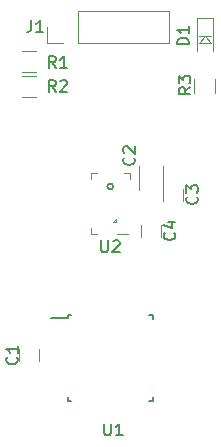
<source format=gto>
G04 #@! TF.FileFunction,Legend,Top*
%FSLAX46Y46*%
G04 Gerber Fmt 4.6, Leading zero omitted, Abs format (unit mm)*
G04 Created by KiCad (PCBNEW 4.0.6) date 05/20/19 12:49:57*
%MOMM*%
%LPD*%
G01*
G04 APERTURE LIST*
%ADD10C,0.100000*%
%ADD11C,0.200000*%
%ADD12C,0.120000*%
%ADD13C,0.150000*%
G04 APERTURE END LIST*
D10*
X137680000Y-92100000D02*
X137680000Y-91850000D01*
X137680000Y-91850000D02*
X137430000Y-92100000D01*
X137430000Y-92100000D02*
X137680000Y-92100000D01*
D11*
X137430000Y-89100000D02*
G75*
G03X137430000Y-89100000I-250000J0D01*
G01*
D10*
X145180000Y-76346000D02*
X145688000Y-76981000D01*
X145688000Y-76981000D02*
X144672000Y-76981000D01*
X144672000Y-76981000D02*
X145180000Y-76346000D01*
X145688000Y-76346000D02*
X144672000Y-76346000D01*
D12*
X145880000Y-74800000D02*
X144480000Y-74800000D01*
X144480000Y-74800000D02*
X144480000Y-77600000D01*
X145880000Y-74800000D02*
X145880000Y-77600000D01*
X131152000Y-103878000D02*
X131152000Y-102878000D01*
X129452000Y-102878000D02*
X129452000Y-103878000D01*
X141609000Y-89392000D02*
X141609000Y-87392000D01*
X139569000Y-87392000D02*
X139569000Y-89392000D01*
X143344000Y-90289000D02*
X143344000Y-89289000D01*
X141644000Y-89289000D02*
X141644000Y-90289000D01*
X139739000Y-92337000D02*
X139739000Y-93337000D01*
X141439000Y-93337000D02*
X141439000Y-92337000D01*
X142130000Y-76930000D02*
X142130000Y-74270000D01*
X134450000Y-76930000D02*
X142130000Y-76930000D01*
X134450000Y-74270000D02*
X142130000Y-74270000D01*
X134450000Y-76930000D02*
X134450000Y-74270000D01*
X133180000Y-76930000D02*
X131850000Y-76930000D01*
X131850000Y-76930000D02*
X131850000Y-75600000D01*
X130902000Y-79366000D02*
X129702000Y-79366000D01*
X129702000Y-77606000D02*
X130902000Y-77606000D01*
X130902000Y-81525000D02*
X129702000Y-81525000D01*
X129702000Y-79765000D02*
X130902000Y-79765000D01*
X144300000Y-81200000D02*
X144300000Y-80000000D01*
X146060000Y-80000000D02*
X146060000Y-81200000D01*
D13*
X133555000Y-99975000D02*
X133555000Y-100200000D01*
X140805000Y-99975000D02*
X140805000Y-100300000D01*
X140805000Y-107225000D02*
X140805000Y-106900000D01*
X133555000Y-107225000D02*
X133555000Y-106900000D01*
X133555000Y-99975000D02*
X133880000Y-99975000D01*
X133555000Y-107225000D02*
X133880000Y-107225000D01*
X140805000Y-107225000D02*
X140480000Y-107225000D01*
X140805000Y-99975000D02*
X140480000Y-99975000D01*
X133555000Y-100200000D02*
X132130000Y-100200000D01*
D12*
X136010000Y-93151000D02*
X135510000Y-93151000D01*
X135510000Y-93151000D02*
X135510000Y-92651000D01*
X135510000Y-88451000D02*
X135510000Y-87951000D01*
X135510000Y-87951000D02*
X136010000Y-87951000D01*
X138310000Y-87951000D02*
X138810000Y-87951000D01*
X138810000Y-87951000D02*
X138810000Y-88451000D01*
X138710000Y-93151000D02*
X137760000Y-93151000D01*
D13*
X143835381Y-77065095D02*
X142835381Y-77065095D01*
X142835381Y-76827000D01*
X142883000Y-76684142D01*
X142978238Y-76588904D01*
X143073476Y-76541285D01*
X143263952Y-76493666D01*
X143406810Y-76493666D01*
X143597286Y-76541285D01*
X143692524Y-76588904D01*
X143787762Y-76684142D01*
X143835381Y-76827000D01*
X143835381Y-77065095D01*
X143835381Y-75541285D02*
X143835381Y-76112714D01*
X143835381Y-75827000D02*
X142835381Y-75827000D01*
X142978238Y-75922238D01*
X143073476Y-76017476D01*
X143121095Y-76112714D01*
X129262143Y-103544666D02*
X129309762Y-103592285D01*
X129357381Y-103735142D01*
X129357381Y-103830380D01*
X129309762Y-103973238D01*
X129214524Y-104068476D01*
X129119286Y-104116095D01*
X128928810Y-104163714D01*
X128785952Y-104163714D01*
X128595476Y-104116095D01*
X128500238Y-104068476D01*
X128405000Y-103973238D01*
X128357381Y-103830380D01*
X128357381Y-103735142D01*
X128405000Y-103592285D01*
X128452619Y-103544666D01*
X129357381Y-102592285D02*
X129357381Y-103163714D01*
X129357381Y-102878000D02*
X128357381Y-102878000D01*
X128500238Y-102973238D01*
X128595476Y-103068476D01*
X128643095Y-103163714D01*
X139168143Y-86653666D02*
X139215762Y-86701285D01*
X139263381Y-86844142D01*
X139263381Y-86939380D01*
X139215762Y-87082238D01*
X139120524Y-87177476D01*
X139025286Y-87225095D01*
X138834810Y-87272714D01*
X138691952Y-87272714D01*
X138501476Y-87225095D01*
X138406238Y-87177476D01*
X138311000Y-87082238D01*
X138263381Y-86939380D01*
X138263381Y-86844142D01*
X138311000Y-86701285D01*
X138358619Y-86653666D01*
X138358619Y-86272714D02*
X138311000Y-86225095D01*
X138263381Y-86129857D01*
X138263381Y-85891761D01*
X138311000Y-85796523D01*
X138358619Y-85748904D01*
X138453857Y-85701285D01*
X138549095Y-85701285D01*
X138691952Y-85748904D01*
X139263381Y-86320333D01*
X139263381Y-85701285D01*
X144502143Y-89955666D02*
X144549762Y-90003285D01*
X144597381Y-90146142D01*
X144597381Y-90241380D01*
X144549762Y-90384238D01*
X144454524Y-90479476D01*
X144359286Y-90527095D01*
X144168810Y-90574714D01*
X144025952Y-90574714D01*
X143835476Y-90527095D01*
X143740238Y-90479476D01*
X143645000Y-90384238D01*
X143597381Y-90241380D01*
X143597381Y-90146142D01*
X143645000Y-90003285D01*
X143692619Y-89955666D01*
X143597381Y-89622333D02*
X143597381Y-89003285D01*
X143978333Y-89336619D01*
X143978333Y-89193761D01*
X144025952Y-89098523D01*
X144073571Y-89050904D01*
X144168810Y-89003285D01*
X144406905Y-89003285D01*
X144502143Y-89050904D01*
X144549762Y-89098523D01*
X144597381Y-89193761D01*
X144597381Y-89479476D01*
X144549762Y-89574714D01*
X144502143Y-89622333D01*
X142597143Y-93003666D02*
X142644762Y-93051285D01*
X142692381Y-93194142D01*
X142692381Y-93289380D01*
X142644762Y-93432238D01*
X142549524Y-93527476D01*
X142454286Y-93575095D01*
X142263810Y-93622714D01*
X142120952Y-93622714D01*
X141930476Y-93575095D01*
X141835238Y-93527476D01*
X141740000Y-93432238D01*
X141692381Y-93289380D01*
X141692381Y-93194142D01*
X141740000Y-93051285D01*
X141787619Y-93003666D01*
X142025714Y-92146523D02*
X142692381Y-92146523D01*
X141644762Y-92384619D02*
X142359048Y-92622714D01*
X142359048Y-92003666D01*
X130476667Y-75017381D02*
X130476667Y-75731667D01*
X130429047Y-75874524D01*
X130333809Y-75969762D01*
X130190952Y-76017381D01*
X130095714Y-76017381D01*
X131476667Y-76017381D02*
X130905238Y-76017381D01*
X131190952Y-76017381D02*
X131190952Y-75017381D01*
X131095714Y-75160238D01*
X131000476Y-75255476D01*
X130905238Y-75303095D01*
X132548334Y-79065381D02*
X132215000Y-78589190D01*
X131976905Y-79065381D02*
X131976905Y-78065381D01*
X132357858Y-78065381D01*
X132453096Y-78113000D01*
X132500715Y-78160619D01*
X132548334Y-78255857D01*
X132548334Y-78398714D01*
X132500715Y-78493952D01*
X132453096Y-78541571D01*
X132357858Y-78589190D01*
X131976905Y-78589190D01*
X133500715Y-79065381D02*
X132929286Y-79065381D01*
X133215000Y-79065381D02*
X133215000Y-78065381D01*
X133119762Y-78208238D01*
X133024524Y-78303476D01*
X132929286Y-78351095D01*
X132548334Y-81097381D02*
X132215000Y-80621190D01*
X131976905Y-81097381D02*
X131976905Y-80097381D01*
X132357858Y-80097381D01*
X132453096Y-80145000D01*
X132500715Y-80192619D01*
X132548334Y-80287857D01*
X132548334Y-80430714D01*
X132500715Y-80525952D01*
X132453096Y-80573571D01*
X132357858Y-80621190D01*
X131976905Y-80621190D01*
X132929286Y-80192619D02*
X132976905Y-80145000D01*
X133072143Y-80097381D01*
X133310239Y-80097381D01*
X133405477Y-80145000D01*
X133453096Y-80192619D01*
X133500715Y-80287857D01*
X133500715Y-80383095D01*
X133453096Y-80525952D01*
X132881667Y-81097381D01*
X133500715Y-81097381D01*
X143962381Y-80684666D02*
X143486190Y-81018000D01*
X143962381Y-81256095D02*
X142962381Y-81256095D01*
X142962381Y-80875142D01*
X143010000Y-80779904D01*
X143057619Y-80732285D01*
X143152857Y-80684666D01*
X143295714Y-80684666D01*
X143390952Y-80732285D01*
X143438571Y-80779904D01*
X143486190Y-80875142D01*
X143486190Y-81256095D01*
X142962381Y-80351333D02*
X142962381Y-79732285D01*
X143343333Y-80065619D01*
X143343333Y-79922761D01*
X143390952Y-79827523D01*
X143438571Y-79779904D01*
X143533810Y-79732285D01*
X143771905Y-79732285D01*
X143867143Y-79779904D01*
X143914762Y-79827523D01*
X143962381Y-79922761D01*
X143962381Y-80208476D01*
X143914762Y-80303714D01*
X143867143Y-80351333D01*
X136652095Y-109180381D02*
X136652095Y-109989905D01*
X136699714Y-110085143D01*
X136747333Y-110132762D01*
X136842571Y-110180381D01*
X137033048Y-110180381D01*
X137128286Y-110132762D01*
X137175905Y-110085143D01*
X137223524Y-109989905D01*
X137223524Y-109180381D01*
X138223524Y-110180381D02*
X137652095Y-110180381D01*
X137937809Y-110180381D02*
X137937809Y-109180381D01*
X137842571Y-109323238D01*
X137747333Y-109418476D01*
X137652095Y-109466095D01*
X136398095Y-93653381D02*
X136398095Y-94462905D01*
X136445714Y-94558143D01*
X136493333Y-94605762D01*
X136588571Y-94653381D01*
X136779048Y-94653381D01*
X136874286Y-94605762D01*
X136921905Y-94558143D01*
X136969524Y-94462905D01*
X136969524Y-93653381D01*
X137398095Y-93748619D02*
X137445714Y-93701000D01*
X137540952Y-93653381D01*
X137779048Y-93653381D01*
X137874286Y-93701000D01*
X137921905Y-93748619D01*
X137969524Y-93843857D01*
X137969524Y-93939095D01*
X137921905Y-94081952D01*
X137350476Y-94653381D01*
X137969524Y-94653381D01*
M02*

</source>
